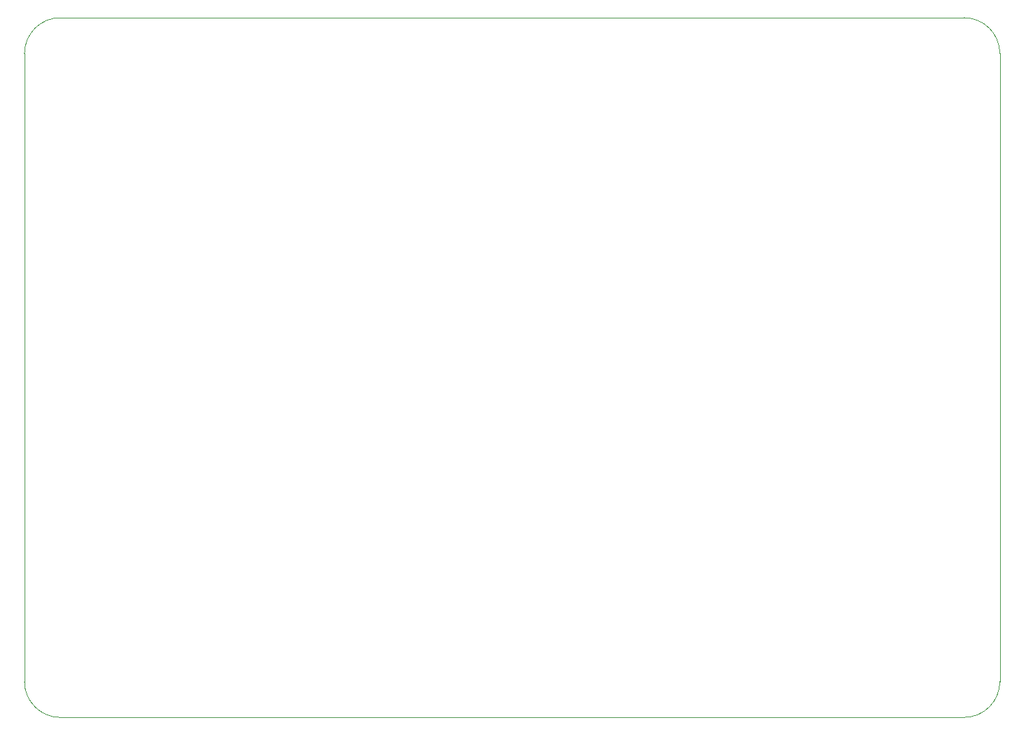
<source format=gbr>
%TF.GenerationSoftware,Altium Limited,Altium Designer,23.5.1 (21)*%
G04 Layer_Color=0*
%FSLAX45Y45*%
%MOMM*%
%TF.SameCoordinates,815A2C8C-8163-47E4-9813-AD16C0C63C49*%
%TF.FilePolarity,Positive*%
%TF.FileFunction,Profile,NP*%
%TF.Part,Single*%
G01*
G75*
%TA.AperFunction,Profile*%
%ADD129C,0.02540*%
D129*
X1943099Y2540000D02*
X13150848Y2539999D01*
D02*
G03*
X13595348Y2984499I1J444498D01*
G01*
X13595351Y10775949D01*
D02*
G03*
X13150848Y11220450I-444500J1D01*
G01*
X1943099Y11220448D01*
D02*
G03*
X1498599Y10775949I-2J-444498D01*
G01*
X1498601Y2984499D01*
D02*
G03*
X1943099Y2540000I444498J-2D01*
G01*
%TF.MD5,3c087df309783852973ba5f47d0dcec6*%
M02*

</source>
